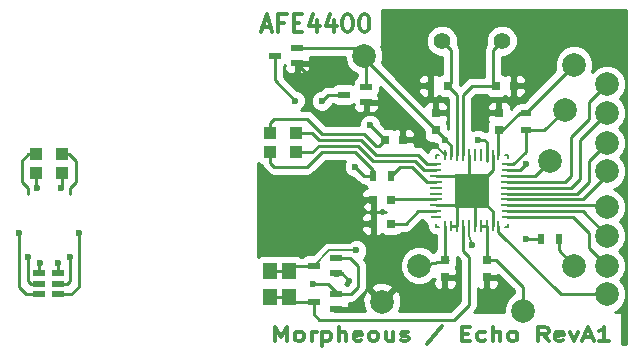
<source format=gbr>
G04 #@! TF.FileFunction,Copper,L1,Top,Signal*
%FSLAX46Y46*%
G04 Gerber Fmt 4.6, Leading zero omitted, Abs format (unit mm)*
G04 Created by KiCad (PCBNEW 4.0.0-rc1-stable) date 11/18/2015 12:21:30 AM*
%MOMM*%
G01*
G04 APERTURE LIST*
%ADD10C,0.100000*%
%ADD11C,0.300000*%
%ADD12R,1.000760X0.599440*%
%ADD13C,1.422400*%
%ADD14R,0.800000X0.750000*%
%ADD15R,0.500000X0.900000*%
%ADD16R,0.750000X0.800000*%
%ADD17R,0.900000X0.500000*%
%ADD18O,0.230000X0.998220*%
%ADD19R,0.230000X0.998220*%
%ADD20O,0.998220X0.230000*%
%ADD21R,0.998220X0.230000*%
%ADD22R,3.000000X3.000000*%
%ADD23C,1.998980*%
%ADD24R,1.000000X1.000000*%
%ADD25R,1.000000X0.500000*%
%ADD26R,1.200000X1.400000*%
%ADD27C,0.600000*%
%ADD28C,0.200000*%
%ADD29C,0.250000*%
%ADD30C,0.254000*%
G04 APERTURE END LIST*
D10*
D11*
X125846858Y-118652857D02*
X125846858Y-117452857D01*
X126346858Y-118310000D01*
X126846858Y-117452857D01*
X126846858Y-118652857D01*
X127775430Y-118652857D02*
X127632572Y-118595714D01*
X127561144Y-118538571D01*
X127489715Y-118424286D01*
X127489715Y-118081429D01*
X127561144Y-117967143D01*
X127632572Y-117910000D01*
X127775430Y-117852857D01*
X127989715Y-117852857D01*
X128132572Y-117910000D01*
X128204001Y-117967143D01*
X128275430Y-118081429D01*
X128275430Y-118424286D01*
X128204001Y-118538571D01*
X128132572Y-118595714D01*
X127989715Y-118652857D01*
X127775430Y-118652857D01*
X128918287Y-118652857D02*
X128918287Y-117852857D01*
X128918287Y-118081429D02*
X128989715Y-117967143D01*
X129061144Y-117910000D01*
X129204001Y-117852857D01*
X129346858Y-117852857D01*
X129846858Y-117852857D02*
X129846858Y-119052857D01*
X129846858Y-117910000D02*
X129989715Y-117852857D01*
X130275429Y-117852857D01*
X130418286Y-117910000D01*
X130489715Y-117967143D01*
X130561144Y-118081429D01*
X130561144Y-118424286D01*
X130489715Y-118538571D01*
X130418286Y-118595714D01*
X130275429Y-118652857D01*
X129989715Y-118652857D01*
X129846858Y-118595714D01*
X131204001Y-118652857D02*
X131204001Y-117452857D01*
X131846858Y-118652857D02*
X131846858Y-118024286D01*
X131775429Y-117910000D01*
X131632572Y-117852857D01*
X131418287Y-117852857D01*
X131275429Y-117910000D01*
X131204001Y-117967143D01*
X133132572Y-118595714D02*
X132989715Y-118652857D01*
X132704001Y-118652857D01*
X132561144Y-118595714D01*
X132489715Y-118481429D01*
X132489715Y-118024286D01*
X132561144Y-117910000D01*
X132704001Y-117852857D01*
X132989715Y-117852857D01*
X133132572Y-117910000D01*
X133204001Y-118024286D01*
X133204001Y-118138571D01*
X132489715Y-118252857D01*
X134061144Y-118652857D02*
X133918286Y-118595714D01*
X133846858Y-118538571D01*
X133775429Y-118424286D01*
X133775429Y-118081429D01*
X133846858Y-117967143D01*
X133918286Y-117910000D01*
X134061144Y-117852857D01*
X134275429Y-117852857D01*
X134418286Y-117910000D01*
X134489715Y-117967143D01*
X134561144Y-118081429D01*
X134561144Y-118424286D01*
X134489715Y-118538571D01*
X134418286Y-118595714D01*
X134275429Y-118652857D01*
X134061144Y-118652857D01*
X135846858Y-117852857D02*
X135846858Y-118652857D01*
X135204001Y-117852857D02*
X135204001Y-118481429D01*
X135275429Y-118595714D01*
X135418287Y-118652857D01*
X135632572Y-118652857D01*
X135775429Y-118595714D01*
X135846858Y-118538571D01*
X136489715Y-118595714D02*
X136632572Y-118652857D01*
X136918287Y-118652857D01*
X137061144Y-118595714D01*
X137132572Y-118481429D01*
X137132572Y-118424286D01*
X137061144Y-118310000D01*
X136918287Y-118252857D01*
X136704001Y-118252857D01*
X136561144Y-118195714D01*
X136489715Y-118081429D01*
X136489715Y-118024286D01*
X136561144Y-117910000D01*
X136704001Y-117852857D01*
X136918287Y-117852857D01*
X137061144Y-117910000D01*
X139989715Y-117395714D02*
X138704001Y-118938571D01*
X141632573Y-118024286D02*
X142132573Y-118024286D01*
X142346859Y-118652857D02*
X141632573Y-118652857D01*
X141632573Y-117452857D01*
X142346859Y-117452857D01*
X143632573Y-118595714D02*
X143489716Y-118652857D01*
X143204002Y-118652857D01*
X143061144Y-118595714D01*
X142989716Y-118538571D01*
X142918287Y-118424286D01*
X142918287Y-118081429D01*
X142989716Y-117967143D01*
X143061144Y-117910000D01*
X143204002Y-117852857D01*
X143489716Y-117852857D01*
X143632573Y-117910000D01*
X144275430Y-118652857D02*
X144275430Y-117452857D01*
X144918287Y-118652857D02*
X144918287Y-118024286D01*
X144846858Y-117910000D01*
X144704001Y-117852857D01*
X144489716Y-117852857D01*
X144346858Y-117910000D01*
X144275430Y-117967143D01*
X145846859Y-118652857D02*
X145704001Y-118595714D01*
X145632573Y-118538571D01*
X145561144Y-118424286D01*
X145561144Y-118081429D01*
X145632573Y-117967143D01*
X145704001Y-117910000D01*
X145846859Y-117852857D01*
X146061144Y-117852857D01*
X146204001Y-117910000D01*
X146275430Y-117967143D01*
X146346859Y-118081429D01*
X146346859Y-118424286D01*
X146275430Y-118538571D01*
X146204001Y-118595714D01*
X146061144Y-118652857D01*
X145846859Y-118652857D01*
X148989716Y-118652857D02*
X148489716Y-118081429D01*
X148132573Y-118652857D02*
X148132573Y-117452857D01*
X148704001Y-117452857D01*
X148846859Y-117510000D01*
X148918287Y-117567143D01*
X148989716Y-117681429D01*
X148989716Y-117852857D01*
X148918287Y-117967143D01*
X148846859Y-118024286D01*
X148704001Y-118081429D01*
X148132573Y-118081429D01*
X150204001Y-118595714D02*
X150061144Y-118652857D01*
X149775430Y-118652857D01*
X149632573Y-118595714D01*
X149561144Y-118481429D01*
X149561144Y-118024286D01*
X149632573Y-117910000D01*
X149775430Y-117852857D01*
X150061144Y-117852857D01*
X150204001Y-117910000D01*
X150275430Y-118024286D01*
X150275430Y-118138571D01*
X149561144Y-118252857D01*
X150775430Y-117852857D02*
X151132573Y-118652857D01*
X151489715Y-117852857D01*
X151989715Y-118310000D02*
X152704001Y-118310000D01*
X151846858Y-118652857D02*
X152346858Y-117452857D01*
X152846858Y-118652857D01*
X154132572Y-118652857D02*
X153275429Y-118652857D01*
X153704001Y-118652857D02*
X153704001Y-117452857D01*
X153561144Y-117624286D01*
X153418286Y-117738571D01*
X153275429Y-117795714D01*
X124750287Y-92071000D02*
X125464573Y-92071000D01*
X124607430Y-92499571D02*
X125107430Y-90999571D01*
X125607430Y-92499571D01*
X126607430Y-91713857D02*
X126107430Y-91713857D01*
X126107430Y-92499571D02*
X126107430Y-90999571D01*
X126821716Y-90999571D01*
X127393144Y-91713857D02*
X127893144Y-91713857D01*
X128107430Y-92499571D02*
X127393144Y-92499571D01*
X127393144Y-90999571D01*
X128107430Y-90999571D01*
X129393144Y-91499571D02*
X129393144Y-92499571D01*
X129036001Y-90928143D02*
X128678858Y-91999571D01*
X129607430Y-91999571D01*
X130821715Y-91499571D02*
X130821715Y-92499571D01*
X130464572Y-90928143D02*
X130107429Y-91999571D01*
X131036001Y-91999571D01*
X131893143Y-90999571D02*
X132036000Y-90999571D01*
X132178857Y-91071000D01*
X132250286Y-91142429D01*
X132321715Y-91285286D01*
X132393143Y-91571000D01*
X132393143Y-91928143D01*
X132321715Y-92213857D01*
X132250286Y-92356714D01*
X132178857Y-92428143D01*
X132036000Y-92499571D01*
X131893143Y-92499571D01*
X131750286Y-92428143D01*
X131678857Y-92356714D01*
X131607429Y-92213857D01*
X131536000Y-91928143D01*
X131536000Y-91571000D01*
X131607429Y-91285286D01*
X131678857Y-91142429D01*
X131750286Y-91071000D01*
X131893143Y-90999571D01*
X133321714Y-90999571D02*
X133464571Y-90999571D01*
X133607428Y-91071000D01*
X133678857Y-91142429D01*
X133750286Y-91285286D01*
X133821714Y-91571000D01*
X133821714Y-91928143D01*
X133750286Y-92213857D01*
X133678857Y-92356714D01*
X133607428Y-92428143D01*
X133464571Y-92499571D01*
X133321714Y-92499571D01*
X133178857Y-92428143D01*
X133107428Y-92356714D01*
X133036000Y-92213857D01*
X132964571Y-91928143D01*
X132964571Y-91571000D01*
X133036000Y-91285286D01*
X133107428Y-91142429D01*
X133178857Y-91071000D01*
X133321714Y-90999571D01*
D12*
X133537960Y-97139760D03*
X133537960Y-98440240D03*
X131638040Y-97790000D03*
X127695960Y-93837760D03*
X127695960Y-95138240D03*
X125796040Y-94488000D03*
X130997960Y-111617760D03*
X130997960Y-112918240D03*
X129098040Y-112268000D03*
X130997960Y-114665760D03*
X130997960Y-115966240D03*
X129098040Y-115316000D03*
D13*
X139954000Y-93218000D03*
X145034000Y-93218000D03*
D14*
X136640000Y-101600000D03*
X135140000Y-101600000D03*
D15*
X135624000Y-104648000D03*
X134124000Y-104648000D03*
X148348000Y-109982000D03*
X149848000Y-109982000D03*
D14*
X135624000Y-106680000D03*
X134124000Y-106680000D03*
X135624000Y-108712000D03*
X134124000Y-108712000D03*
D16*
X139446000Y-100826000D03*
X139446000Y-99326000D03*
D14*
X140450000Y-97028000D03*
X138950000Y-97028000D03*
D16*
X140208000Y-111772000D03*
X140208000Y-113272000D03*
D14*
X144538000Y-97028000D03*
X146038000Y-97028000D03*
D16*
X143764000Y-111772000D03*
X143764000Y-113272000D03*
X144780000Y-100826000D03*
X144780000Y-99326000D03*
D17*
X147066000Y-100826000D03*
X147066000Y-99326000D03*
D18*
X140246100Y-102918260D03*
X140746480Y-102918260D03*
D19*
X141244320Y-102918260D03*
X141744700Y-102918260D03*
X142245080Y-102918260D03*
X142742920Y-102918260D03*
X143243300Y-102918260D03*
X143743680Y-102918260D03*
D18*
X144241520Y-102918260D03*
X144741900Y-102918260D03*
D20*
X145493740Y-103670100D03*
X145493740Y-104170480D03*
D21*
X145493740Y-104668320D03*
X145493740Y-105168700D03*
X145493740Y-105669080D03*
X145493740Y-106166920D03*
X145493740Y-106667300D03*
X145493740Y-107167680D03*
D20*
X145493740Y-107665520D03*
X145493740Y-108165900D03*
D18*
X144741900Y-108917740D03*
X144241520Y-108917740D03*
D19*
X143743680Y-108917740D03*
X143243300Y-108917740D03*
X142742920Y-108917740D03*
X142245080Y-108917740D03*
X141744700Y-108917740D03*
X141244320Y-108917740D03*
D18*
X140746480Y-108917740D03*
X140246100Y-108917740D03*
D20*
X139494260Y-108165900D03*
X139494260Y-107665520D03*
D21*
X139494260Y-107167680D03*
X139494260Y-106667300D03*
X139494260Y-106166920D03*
X139494260Y-105669080D03*
X139494260Y-105168700D03*
X139494260Y-104668320D03*
D20*
X139494260Y-104170480D03*
X139494260Y-103670100D03*
D22*
X142494000Y-105918000D03*
D23*
X133350000Y-94488000D03*
X146812000Y-116078000D03*
X151130000Y-95250000D03*
X138049000Y-112268000D03*
X134874000Y-115316000D03*
D24*
X125392000Y-102654000D03*
X127592000Y-102654000D03*
X125392000Y-101054000D03*
X127592000Y-101054000D03*
X107780000Y-102832000D03*
X105580000Y-102832000D03*
X107780000Y-104432000D03*
X105580000Y-104432000D03*
D23*
X153924000Y-99314000D03*
X153924000Y-101854000D03*
X153924000Y-96884000D03*
X153924000Y-104284000D03*
X153924000Y-109728000D03*
X153924000Y-112268000D03*
X153924000Y-107298000D03*
X153924000Y-114698000D03*
D25*
X105880000Y-112892000D03*
X105880000Y-113792000D03*
X105880000Y-114692000D03*
X107480000Y-114692000D03*
X107480000Y-113792000D03*
X107480000Y-112892000D03*
D23*
X150368000Y-99060000D03*
X151130000Y-112268000D03*
X149098000Y-103378000D03*
D26*
X125438000Y-112692000D03*
X125438000Y-114892000D03*
X127038000Y-112692000D03*
X127038000Y-114892000D03*
D27*
X139446000Y-102108000D03*
X132080000Y-113538000D03*
X132588000Y-107696000D03*
X128778000Y-96266000D03*
X136652000Y-96012000D03*
X148336000Y-95758000D03*
X143764000Y-115062000D03*
X142494000Y-104902000D03*
X141478000Y-105918000D03*
X143510000Y-104902000D03*
X141478000Y-106934000D03*
X142494000Y-106934000D03*
X143510000Y-106934000D03*
X143510000Y-105918000D03*
X141478000Y-104902000D03*
X142494000Y-105918000D03*
X140208000Y-101600000D03*
X143002000Y-101600000D03*
X129032000Y-113792000D03*
X133858000Y-100330000D03*
X132588000Y-103886000D03*
X105918000Y-112014000D03*
X104902000Y-111506000D03*
X104140000Y-109474000D03*
X109220000Y-109474000D03*
X108458000Y-111506000D03*
X107442000Y-112014000D03*
X132722000Y-110984400D03*
X142494000Y-110490000D03*
X147066000Y-109982000D03*
X147066000Y-103632000D03*
X105664000Y-105664000D03*
X107696000Y-105664000D03*
X127508000Y-102616000D03*
X129794000Y-98298000D03*
X127508000Y-101092000D03*
X127508000Y-98298000D03*
D28*
X145542000Y-103124000D02*
X145542000Y-102870000D01*
X145542000Y-102870000D02*
X145288000Y-102870000D01*
X145288000Y-108966000D02*
X145542000Y-108966000D01*
X145542000Y-108966000D02*
X145542000Y-108712000D01*
D29*
X105580000Y-102832000D02*
X104940000Y-102832000D01*
X104902000Y-105664000D02*
X104902000Y-106172000D01*
X104394000Y-105156000D02*
X104902000Y-105664000D01*
X104394000Y-103378000D02*
X104394000Y-105156000D01*
X104940000Y-102832000D02*
X104394000Y-103378000D01*
X107780000Y-102832000D02*
X108420000Y-102832000D01*
X108458000Y-105664000D02*
X108458000Y-106172000D01*
X108966000Y-105156000D02*
X108458000Y-105664000D01*
X108966000Y-103378000D02*
X108966000Y-105156000D01*
X108420000Y-102832000D02*
X108966000Y-103378000D01*
D28*
X139494200Y-106167000D02*
X139494300Y-106166900D01*
X139494000Y-106167000D02*
X139494200Y-106167000D01*
X139494200Y-105669000D02*
X139494300Y-105669100D01*
X139494000Y-105669000D02*
X139494200Y-105669000D01*
X139494200Y-108166000D02*
X139494300Y-108165900D01*
X139494000Y-108166000D02*
X139494200Y-108166000D01*
X139700000Y-108966000D02*
X139446000Y-108966000D01*
X139446000Y-108966000D02*
X139446000Y-108712000D01*
X139446000Y-103124000D02*
X139446000Y-102870000D01*
X139446000Y-102870000D02*
X139700000Y-102870000D01*
D29*
X139494260Y-106667300D02*
X135636700Y-106667300D01*
X135636700Y-106667300D02*
X135624000Y-106680000D01*
D28*
X139494000Y-106667000D02*
X139494300Y-106667300D01*
X140246100Y-102918260D02*
X139494260Y-102156260D01*
X139494260Y-102156260D02*
X139446000Y-102108000D01*
D29*
X142742920Y-108917740D02*
X142742920Y-106166920D01*
X142742920Y-106166920D02*
X142494000Y-105918000D01*
X130997960Y-112918240D02*
X131460240Y-112918240D01*
X131460240Y-112918240D02*
X132080000Y-113538000D01*
X134124000Y-106680000D02*
X133604000Y-106680000D01*
X133604000Y-106680000D02*
X132588000Y-107696000D01*
X142245080Y-102918260D02*
X142245080Y-105669080D01*
X142245080Y-105669080D02*
X142494000Y-105918000D01*
X144241520Y-102918260D02*
X144241520Y-104170480D01*
X144241520Y-104170480D02*
X142494000Y-105918000D01*
X139494260Y-107167680D02*
X141244320Y-107167680D01*
X141244320Y-107167680D02*
X142494000Y-105918000D01*
X127695960Y-95138240D02*
X127695960Y-95183960D01*
X127695960Y-95183960D02*
X128778000Y-96266000D01*
X138950000Y-97028000D02*
X137668000Y-97028000D01*
X137668000Y-97028000D02*
X136652000Y-96012000D01*
X146038000Y-97028000D02*
X147066000Y-97028000D01*
X147066000Y-97028000D02*
X148336000Y-95758000D01*
X143764000Y-113272000D02*
X143764000Y-115062000D01*
X142494000Y-105918000D02*
X142494000Y-104902000D01*
X142494000Y-105918000D02*
X141478000Y-105918000D01*
X142494000Y-105918000D02*
X142748000Y-105918000D01*
X142748000Y-105918000D02*
X143510000Y-104902000D01*
X141244320Y-107167680D02*
X141478000Y-106934000D01*
X142742920Y-107182920D02*
X142494000Y-106934000D01*
X144241520Y-108917740D02*
X144241520Y-107665520D01*
X144241520Y-107665520D02*
X143510000Y-106934000D01*
X143510000Y-105918000D02*
X142494000Y-105918000D01*
X141478000Y-104902000D02*
X142494000Y-105918000D01*
D28*
X140246000Y-102918000D02*
X140246000Y-102654000D01*
D29*
X142743000Y-106167000D02*
X142494000Y-105918000D01*
X134874000Y-115316000D02*
X134874000Y-115304000D01*
X141244000Y-107168000D02*
X142494000Y-105918000D01*
X141244000Y-108918000D02*
X141244000Y-107168000D01*
X140746000Y-108918000D02*
X141244000Y-108918000D01*
X139494000Y-104668000D02*
X141244000Y-104668000D01*
X141244000Y-107168000D02*
X142494000Y-105918000D01*
X140246000Y-102918000D02*
X140246000Y-102654000D01*
X139494260Y-107665520D02*
X137952480Y-107665520D01*
X136906000Y-108712000D02*
X135624000Y-108712000D01*
X137952480Y-107665520D02*
X136906000Y-108712000D01*
X139494000Y-107666000D02*
X139493800Y-107666000D01*
D28*
X139493800Y-107666000D02*
X139494300Y-107665500D01*
D29*
X143743680Y-102918260D02*
X143743680Y-101833680D01*
X143510000Y-101600000D02*
X143002000Y-101600000D01*
X143743680Y-101833680D02*
X143510000Y-101600000D01*
X140208000Y-101600000D02*
X140214000Y-101594000D01*
X140214000Y-101594000D02*
X140208000Y-101600000D01*
X140208000Y-101600000D02*
X140208000Y-101588000D01*
X133350000Y-94730000D02*
X139446000Y-100826000D01*
X133350000Y-94488000D02*
X133350000Y-94730000D01*
X133538000Y-97140000D02*
X133538000Y-97139800D01*
X133538000Y-94676000D02*
X133350000Y-94488000D01*
X133538000Y-97139800D02*
X133538000Y-94676000D01*
X143744000Y-103392000D02*
X143744000Y-102918000D01*
D28*
X143743700Y-103391700D02*
X143743700Y-102918300D01*
X143744000Y-103392000D02*
X143743700Y-103391700D01*
D29*
X140746000Y-102126000D02*
X140746000Y-103021000D01*
X139446000Y-100826000D02*
X140208000Y-101588000D01*
X140208000Y-101588000D02*
X140746000Y-102126000D01*
D28*
X140746500Y-103020500D02*
X140746500Y-102918300D01*
X140746000Y-103021000D02*
X140746500Y-103020500D01*
D29*
X127696000Y-93838000D02*
X127696200Y-93838000D01*
X132700000Y-93838000D02*
X133350000Y-94488000D01*
X127696200Y-93838000D02*
X132700000Y-93838000D01*
D28*
X127696200Y-93838000D02*
X127696000Y-93837800D01*
D29*
X140716000Y-96762000D02*
X140450000Y-97028000D01*
X140716000Y-93980000D02*
X140716000Y-96762000D01*
X139954000Y-93218000D02*
X140716000Y-93980000D01*
X141244000Y-102918000D02*
X141244000Y-100370000D01*
X141244000Y-97822000D02*
X140450000Y-97028000D01*
X141244000Y-100370000D02*
X141244000Y-97822000D01*
D28*
X141244300Y-100370300D02*
X141244300Y-102918300D01*
X141244000Y-100370000D02*
X141244300Y-100370300D01*
D29*
X140474000Y-111760000D02*
X138049000Y-112268000D01*
X140246000Y-108918000D02*
X140246000Y-110479000D01*
X140246000Y-111532000D02*
X140474000Y-111760000D01*
X140246000Y-110479000D02*
X140246000Y-111532000D01*
D28*
X140246100Y-110478900D02*
X140246100Y-108917700D01*
X140246000Y-110479000D02*
X140246100Y-110478900D01*
D29*
X144272000Y-96762000D02*
X144538000Y-97028000D01*
X144272000Y-93980000D02*
X144272000Y-96762000D01*
X145034000Y-93218000D02*
X144272000Y-93980000D01*
X141745000Y-102918000D02*
X141745000Y-100360500D01*
X142519000Y-97028000D02*
X144538000Y-97028000D01*
X141745000Y-97803000D02*
X142519000Y-97028000D01*
X141745000Y-100360500D02*
X141745000Y-97803000D01*
D28*
X141744700Y-100360800D02*
X141744700Y-102918300D01*
X141745000Y-100360500D02*
X141744700Y-100360800D01*
D29*
X130997960Y-111617760D02*
X132191760Y-111617760D01*
X132222240Y-114665760D02*
X130997960Y-114665760D01*
X132842000Y-114046000D02*
X132222240Y-114665760D01*
X132842000Y-112268000D02*
X132842000Y-114046000D01*
X132191760Y-111617760D02*
X132842000Y-112268000D01*
X143764000Y-111772000D02*
X144538000Y-111772000D01*
X146812000Y-114046000D02*
X146812000Y-116078000D01*
X144538000Y-111772000D02*
X146812000Y-114046000D01*
X129032000Y-113792000D02*
X130302000Y-113792000D01*
X130302000Y-113792000D02*
X130997960Y-114487960D01*
X130997960Y-114487960D02*
X130997960Y-114665760D01*
X146812000Y-116078000D02*
X146558000Y-116078000D01*
X130998200Y-114666000D02*
X130998000Y-114666000D01*
D28*
X130998200Y-114666000D02*
X130998000Y-114665800D01*
X143243300Y-108917700D02*
X143243300Y-108918000D01*
D29*
X143243000Y-108918000D02*
X143243300Y-108918000D01*
D28*
X143743700Y-108917700D02*
X143743700Y-108918000D01*
D29*
X143243300Y-108918000D02*
X143743700Y-108918000D01*
X143744000Y-110228000D02*
X143764000Y-111772000D01*
X143744000Y-108918000D02*
X143744000Y-110228000D01*
X143743700Y-108918000D02*
X143744000Y-108918000D01*
X130998000Y-111618000D02*
X130998200Y-111618000D01*
D28*
X130998200Y-111618000D02*
X130998000Y-111617800D01*
D29*
X147066000Y-99326000D02*
X147066000Y-99314000D01*
X147066000Y-99314000D02*
X149606000Y-96774000D01*
X149606000Y-96774000D02*
X151130000Y-95250000D01*
X144780000Y-100826000D02*
X145046000Y-100826000D01*
X145046000Y-100826000D02*
X146546000Y-99326000D01*
X146546000Y-99326000D02*
X147066000Y-99326000D01*
X144741900Y-102918260D02*
X144741900Y-100864100D01*
X144741900Y-100864100D02*
X144780000Y-100826000D01*
X144742000Y-102918000D02*
X144742000Y-102659000D01*
D28*
X144741900Y-102659100D02*
X144741900Y-102918300D01*
X144742000Y-102659000D02*
X144741900Y-102659100D01*
D29*
X149848000Y-109982000D02*
X149848000Y-110986000D01*
X149848000Y-110986000D02*
X151130000Y-112268000D01*
X145493740Y-105168700D02*
X150355300Y-105168700D01*
X152400000Y-98408000D02*
X153924000Y-96884000D01*
X152400000Y-99822000D02*
X152400000Y-98408000D01*
X150876000Y-101346000D02*
X152400000Y-99822000D01*
X150876000Y-104648000D02*
X150876000Y-101346000D01*
X150355300Y-105168700D02*
X150876000Y-104648000D01*
D28*
X145494000Y-105169000D02*
X145493700Y-105168700D01*
D29*
X145493740Y-105669080D02*
X150870920Y-105669080D01*
X151638000Y-101600000D02*
X153924000Y-99314000D01*
X151638000Y-104902000D02*
X151638000Y-101600000D01*
X150870920Y-105669080D02*
X151638000Y-104902000D01*
D28*
X145493800Y-105669000D02*
X145493700Y-105669100D01*
X145494000Y-105669000D02*
X145493800Y-105669000D01*
D29*
X145493740Y-106166920D02*
X151389080Y-106166920D01*
X152400000Y-103378000D02*
X153924000Y-101854000D01*
X152400000Y-105156000D02*
X152400000Y-103378000D01*
X151389080Y-106166920D02*
X152400000Y-105156000D01*
D28*
X145493800Y-106167000D02*
X145493700Y-106166900D01*
X145494000Y-106167000D02*
X145493800Y-106167000D01*
D29*
X145493740Y-106667300D02*
X151879300Y-106667300D01*
X151879300Y-106667300D02*
X153924000Y-104622600D01*
X153924000Y-104622600D02*
X153924000Y-104284000D01*
X153924000Y-104902000D02*
X153924000Y-104538000D01*
D28*
X145494000Y-106667000D02*
X145493700Y-106667300D01*
D29*
X145493740Y-103670100D02*
X146011900Y-103670100D01*
X147066000Y-102616000D02*
X147066000Y-100826000D01*
X146011900Y-103670100D02*
X147066000Y-102616000D01*
X147066000Y-100826000D02*
X148602000Y-100826000D01*
X148602000Y-100826000D02*
X150368000Y-99060000D01*
X145493740Y-103670100D02*
X145503900Y-103670100D01*
X145494000Y-103670000D02*
X145504000Y-103670000D01*
D28*
X145493800Y-103670000D02*
X145493700Y-103670100D01*
X145494000Y-103670000D02*
X145493800Y-103670000D01*
D29*
X145493740Y-104668320D02*
X147807680Y-104668320D01*
X147807680Y-104668320D02*
X149098000Y-103378000D01*
D28*
X145494000Y-104668000D02*
X145493700Y-104668300D01*
D29*
X145493740Y-107167680D02*
X153793680Y-107167680D01*
X153793680Y-107167680D02*
X153924000Y-107298000D01*
D28*
X145494000Y-107168000D02*
X145493700Y-107167700D01*
D29*
X145493740Y-107665520D02*
X151861520Y-107665520D01*
X151861520Y-107665520D02*
X153924000Y-109728000D01*
X145494000Y-107666000D02*
X145494200Y-107666000D01*
X153670000Y-109982000D02*
X153924000Y-109728000D01*
D28*
X145494200Y-107666000D02*
X145493700Y-107665500D01*
D29*
X145493740Y-108165900D02*
X151091900Y-108165900D01*
X152400000Y-110744000D02*
X153924000Y-112268000D01*
X152400000Y-109474000D02*
X152400000Y-110744000D01*
X151091900Y-108165900D02*
X152400000Y-109474000D01*
X153670000Y-112522000D02*
X153924000Y-112268000D01*
X144741900Y-108917740D02*
X144741900Y-109435900D01*
X150004000Y-114698000D02*
X153924000Y-114698000D01*
X144741900Y-109435900D02*
X150004000Y-114698000D01*
X144742000Y-109309000D02*
X144742000Y-109245500D01*
X144742000Y-109245500D02*
X144742000Y-109182000D01*
D28*
X144742000Y-109245500D02*
X144741900Y-109245400D01*
D29*
X133350000Y-104648000D02*
X132588000Y-103886000D01*
X134124000Y-104648000D02*
X133350000Y-104648000D01*
X135128000Y-101600000D02*
X135140000Y-101600000D01*
X133858000Y-100330000D02*
X135128000Y-101600000D01*
X134632000Y-102108000D02*
X135140000Y-101600000D01*
X134366000Y-102108000D02*
X134632000Y-102108000D01*
X133350000Y-101092000D02*
X134366000Y-102108000D01*
X129794000Y-101092000D02*
X133350000Y-101092000D01*
X128524000Y-99822000D02*
X129794000Y-101092000D01*
X125730000Y-99822000D02*
X128524000Y-99822000D01*
X125392000Y-100160000D02*
X125730000Y-99822000D01*
X125392000Y-101054000D02*
X125392000Y-100160000D01*
X125392000Y-103548000D02*
X125392000Y-102654000D01*
X125730000Y-103886000D02*
X125392000Y-103548000D01*
X128524000Y-103886000D02*
X125730000Y-103886000D01*
X129794000Y-102616000D02*
X128524000Y-103886000D01*
X132588000Y-102616000D02*
X129794000Y-102616000D01*
X134124000Y-104152000D02*
X132588000Y-102616000D01*
X134124000Y-104648000D02*
X134124000Y-104152000D01*
X125392000Y-101054000D02*
X125692000Y-101054000D01*
X105880000Y-112892000D02*
X105880000Y-112052000D01*
X105880000Y-112052000D02*
X105918000Y-112014000D01*
X105880000Y-113792000D02*
X105156000Y-113792000D01*
X104902000Y-113538000D02*
X104902000Y-111506000D01*
X105156000Y-113792000D02*
X104902000Y-113538000D01*
X105880000Y-114692000D02*
X104786000Y-114692000D01*
X104140000Y-114046000D02*
X104140000Y-109474000D01*
X104786000Y-114692000D02*
X104140000Y-114046000D01*
X109220000Y-109474000D02*
X109220000Y-114046000D01*
X109220000Y-114046000D02*
X108574000Y-114692000D01*
X108574000Y-114692000D02*
X107480000Y-114692000D01*
X108204000Y-113792000D02*
X107480000Y-113792000D01*
X108458000Y-113538000D02*
X108204000Y-113792000D01*
X108458000Y-111506000D02*
X108458000Y-113538000D01*
X107480000Y-112052000D02*
X107480000Y-112892000D01*
X107442000Y-112014000D02*
X107480000Y-112052000D01*
X129098040Y-112268000D02*
X127462000Y-112268000D01*
X127462000Y-112268000D02*
X127038000Y-112692000D01*
X127038000Y-112692000D02*
X125438000Y-112692000D01*
D28*
X129097700Y-112268000D02*
X130381300Y-110984400D01*
X130381300Y-110984400D02*
X132722000Y-110984400D01*
X142245100Y-108917700D02*
X142245100Y-109717100D01*
X142494000Y-110490000D02*
X142262600Y-109717100D01*
X142262600Y-109717100D02*
X142245100Y-109717100D01*
D29*
X129001500Y-112268000D02*
X128905000Y-112268000D01*
X129049800Y-112268000D02*
X129001500Y-112268000D01*
X129049800Y-112268000D02*
X129001500Y-112268000D01*
X129073900Y-112268000D02*
X129049800Y-112268000D01*
X129073900Y-112268000D02*
X129049800Y-112268000D01*
X129086000Y-112268000D02*
X129073900Y-112268000D01*
X129086000Y-112268000D02*
X129073900Y-112268000D01*
X129092000Y-112268000D02*
X129086000Y-112268000D01*
X129092000Y-112268000D02*
X129086000Y-112268000D01*
X129095000Y-112268000D02*
X129092000Y-112268000D01*
X129095000Y-112268000D02*
X129092000Y-112268000D01*
X129096500Y-112268000D02*
X129095000Y-112268000D01*
X129096500Y-112268000D02*
X129095000Y-112268000D01*
X129097300Y-112268000D02*
X129096500Y-112268000D01*
X129097300Y-112268000D02*
X129096500Y-112268000D01*
X129098000Y-112268000D02*
X129097700Y-112268000D01*
X129097700Y-112268000D02*
X129097300Y-112268000D01*
X129097700Y-112268000D02*
X129097300Y-112268000D01*
X129098040Y-115316000D02*
X127462000Y-115316000D01*
X127462000Y-115316000D02*
X127038000Y-114892000D01*
X127038000Y-114892000D02*
X125438000Y-114892000D01*
X142240000Y-115570000D02*
X142240000Y-111506000D01*
X129098040Y-116398040D02*
X129540000Y-116840000D01*
X129540000Y-116840000D02*
X140970000Y-116840000D01*
X140970000Y-116840000D02*
X142240000Y-115570000D01*
X129098040Y-115316000D02*
X129098040Y-116398040D01*
X141744700Y-111010700D02*
X141744700Y-108917740D01*
X142240000Y-111506000D02*
X141744700Y-111010700D01*
X141732000Y-108930000D02*
X141738500Y-108924000D01*
X141738500Y-108924000D02*
X141745000Y-108918000D01*
D28*
X141744700Y-108917800D02*
X141744700Y-108917700D01*
X141738500Y-108924000D02*
X141744700Y-108917800D01*
D29*
X136386000Y-103886000D02*
X135624000Y-104648000D01*
X137414000Y-103886000D02*
X136386000Y-103886000D01*
X138697000Y-105169000D02*
X137414000Y-103886000D01*
X139494000Y-105169000D02*
X138697000Y-105169000D01*
D28*
X139494000Y-105169000D02*
X139494300Y-105168700D01*
D29*
X145493740Y-104170480D02*
X146527520Y-104170480D01*
X147066000Y-109982000D02*
X148348000Y-109982000D01*
X146527520Y-104170480D02*
X147066000Y-103632000D01*
X145494000Y-104170000D02*
X145494200Y-104170000D01*
D28*
X145494200Y-104170000D02*
X145493700Y-104170500D01*
D29*
X105580000Y-104432000D02*
X105580000Y-105580000D01*
X105580000Y-105580000D02*
X105664000Y-105664000D01*
X107780000Y-104432000D02*
X107780000Y-105580000D01*
X107780000Y-105580000D02*
X107696000Y-105664000D01*
X131638040Y-97790000D02*
X130302000Y-97790000D01*
X127508000Y-102616000D02*
X127470000Y-102654000D01*
X130302000Y-97790000D02*
X129794000Y-98298000D01*
X127292000Y-102654000D02*
X127338000Y-102654000D01*
X127292000Y-102654000D02*
X127292000Y-102654000D01*
X127292000Y-102654000D02*
X127338000Y-102654000D01*
X139494000Y-104170000D02*
X139493800Y-104170000D01*
X128994000Y-102654000D02*
X127338000Y-102654000D01*
X129540000Y-102108000D02*
X128994000Y-102654000D01*
X132842000Y-102108000D02*
X129540000Y-102108000D01*
X134112000Y-103378000D02*
X132842000Y-102108000D01*
X137668000Y-103378000D02*
X134112000Y-103378000D01*
X138460000Y-104170000D02*
X137668000Y-103378000D01*
X139493800Y-104170000D02*
X138460000Y-104170000D01*
D28*
X139493800Y-104170000D02*
X139494300Y-104170500D01*
D29*
X125796040Y-94488000D02*
X125796040Y-96586040D01*
X127508000Y-101092000D02*
X127546000Y-101054000D01*
X125796040Y-96586040D02*
X127508000Y-98298000D01*
X127546000Y-101054000D02*
X127592000Y-101054000D01*
X127546000Y-101054000D02*
X127592000Y-101054000D01*
X128994000Y-101054000D02*
X127592000Y-101054000D01*
X129540000Y-101600000D02*
X128994000Y-101054000D01*
X133096000Y-101600000D02*
X129540000Y-101600000D01*
X134366000Y-102870000D02*
X133096000Y-101600000D01*
X137922000Y-102870000D02*
X134366000Y-102870000D01*
X138722000Y-103670000D02*
X137922000Y-102870000D01*
X139494000Y-103670000D02*
X138722000Y-103670000D01*
D28*
X139494200Y-103670000D02*
X139494300Y-103670100D01*
X139494000Y-103670000D02*
X139494200Y-103670000D01*
D29*
X127563000Y-100898000D02*
X127884000Y-101092000D01*
D28*
X127592000Y-100927000D02*
X127592000Y-101054000D01*
X127563000Y-100898000D02*
X127592000Y-100927000D01*
D30*
G36*
X155575000Y-118924000D02*
X155203286Y-118924000D01*
X155203286Y-116185000D01*
X154605334Y-116185000D01*
X154848655Y-116084462D01*
X155308846Y-115625073D01*
X155558206Y-115024547D01*
X155558774Y-114374306D01*
X155310462Y-113773345D01*
X155020520Y-113482897D01*
X155308846Y-113195073D01*
X155558206Y-112594547D01*
X155558774Y-111944306D01*
X155310462Y-111343345D01*
X154965520Y-110997801D01*
X155308846Y-110655073D01*
X155558206Y-110054547D01*
X155558774Y-109404306D01*
X155310462Y-108803345D01*
X155020520Y-108512897D01*
X155308846Y-108225073D01*
X155558206Y-107624547D01*
X155558774Y-106974306D01*
X155310462Y-106373345D01*
X154851073Y-105913154D01*
X154556912Y-105791008D01*
X154848655Y-105670462D01*
X155308846Y-105211073D01*
X155558206Y-104610547D01*
X155558774Y-103960306D01*
X155310462Y-103359345D01*
X155020520Y-103068897D01*
X155308846Y-102781073D01*
X155558206Y-102180547D01*
X155558774Y-101530306D01*
X155310462Y-100929345D01*
X154965520Y-100583801D01*
X155308846Y-100241073D01*
X155558206Y-99640547D01*
X155558774Y-98990306D01*
X155310462Y-98389345D01*
X155020520Y-98098897D01*
X155308846Y-97811073D01*
X155558206Y-97210547D01*
X155558774Y-96560306D01*
X155310462Y-95959345D01*
X154851073Y-95499154D01*
X154250547Y-95249794D01*
X153600306Y-95249226D01*
X152999345Y-95497538D01*
X152653767Y-95842514D01*
X152764206Y-95576547D01*
X152764774Y-94926306D01*
X152516462Y-94325345D01*
X152057073Y-93865154D01*
X151456547Y-93615794D01*
X150806306Y-93615226D01*
X150205345Y-93863538D01*
X149745154Y-94322927D01*
X149495794Y-94923453D01*
X149495226Y-95573694D01*
X149564309Y-95740889D01*
X146876638Y-98428560D01*
X146616000Y-98428560D01*
X146380683Y-98472838D01*
X146164559Y-98611910D01*
X146073432Y-98745279D01*
X146008599Y-98788599D01*
X145790000Y-99007198D01*
X145790000Y-98799691D01*
X145693327Y-98566302D01*
X145514699Y-98387673D01*
X145281310Y-98291000D01*
X145065750Y-98291000D01*
X144907000Y-98449750D01*
X144907000Y-99199000D01*
X144927000Y-99199000D01*
X144927000Y-99453000D01*
X144907000Y-99453000D01*
X144907000Y-99473000D01*
X144653000Y-99473000D01*
X144653000Y-99453000D01*
X143928750Y-99453000D01*
X143770000Y-99611750D01*
X143770000Y-99852309D01*
X143866673Y-100085698D01*
X143868043Y-100087068D01*
X143808569Y-100174110D01*
X143757560Y-100426000D01*
X143757560Y-100889243D01*
X143577957Y-100853518D01*
X143532327Y-100807808D01*
X143188799Y-100665162D01*
X142816833Y-100664838D01*
X142505000Y-100793684D01*
X142505000Y-98799691D01*
X143770000Y-98799691D01*
X143770000Y-99040250D01*
X143928750Y-99199000D01*
X144653000Y-99199000D01*
X144653000Y-98449750D01*
X144494250Y-98291000D01*
X144278690Y-98291000D01*
X144045301Y-98387673D01*
X143866673Y-98566302D01*
X143770000Y-98799691D01*
X142505000Y-98799691D01*
X142505000Y-98117515D01*
X142834090Y-97788000D01*
X143631156Y-97788000D01*
X143673910Y-97854441D01*
X143886110Y-97999431D01*
X144138000Y-98050440D01*
X144938000Y-98050440D01*
X145173317Y-98006162D01*
X145276646Y-97939671D01*
X145278302Y-97941327D01*
X145511691Y-98038000D01*
X145752250Y-98038000D01*
X145911000Y-97879250D01*
X145911000Y-97155000D01*
X146165000Y-97155000D01*
X146165000Y-97879250D01*
X146323750Y-98038000D01*
X146564309Y-98038000D01*
X146797698Y-97941327D01*
X146976327Y-97762699D01*
X147073000Y-97529310D01*
X147073000Y-97313750D01*
X146914250Y-97155000D01*
X146165000Y-97155000D01*
X145911000Y-97155000D01*
X145891000Y-97155000D01*
X145891000Y-96901000D01*
X145911000Y-96901000D01*
X145911000Y-96176750D01*
X146165000Y-96176750D01*
X146165000Y-96901000D01*
X146914250Y-96901000D01*
X147073000Y-96742250D01*
X147073000Y-96526690D01*
X146976327Y-96293301D01*
X146797698Y-96114673D01*
X146564309Y-96018000D01*
X146323750Y-96018000D01*
X146165000Y-96176750D01*
X145911000Y-96176750D01*
X145752250Y-96018000D01*
X145511691Y-96018000D01*
X145278302Y-96114673D01*
X145276932Y-96116043D01*
X145189890Y-96056569D01*
X145032000Y-96024595D01*
X145032000Y-94564199D01*
X145300601Y-94564434D01*
X145795565Y-94359919D01*
X146174588Y-93981557D01*
X146379966Y-93486951D01*
X146380434Y-92951399D01*
X146175919Y-92456435D01*
X145797557Y-92077412D01*
X145302951Y-91872034D01*
X144767399Y-91871566D01*
X144272435Y-92076081D01*
X143893412Y-92454443D01*
X143688034Y-92949049D01*
X143687566Y-93484601D01*
X143694814Y-93502142D01*
X143569852Y-93689161D01*
X143512000Y-93980000D01*
X143512000Y-96268000D01*
X142519000Y-96268000D01*
X142518755Y-96268049D01*
X142518510Y-96268000D01*
X142373425Y-96296957D01*
X142228161Y-96325852D01*
X142227953Y-96325991D01*
X142227708Y-96326040D01*
X142104726Y-96408328D01*
X141981599Y-96490599D01*
X141981460Y-96490807D01*
X141981252Y-96490946D01*
X141497440Y-96975383D01*
X141497440Y-96653000D01*
X141476000Y-96539056D01*
X141476000Y-93980000D01*
X141418148Y-93689161D01*
X141293477Y-93502578D01*
X141299966Y-93486951D01*
X141300434Y-92951399D01*
X141095919Y-92456435D01*
X140717557Y-92077412D01*
X140222951Y-91872034D01*
X139687399Y-91871566D01*
X139192435Y-92076081D01*
X138813412Y-92454443D01*
X138608034Y-92949049D01*
X138607566Y-93484601D01*
X138812081Y-93979565D01*
X139190443Y-94358588D01*
X139685049Y-94563966D01*
X139956000Y-94564203D01*
X139956000Y-96023247D01*
X139814683Y-96049838D01*
X139711354Y-96116329D01*
X139709698Y-96114673D01*
X139476309Y-96018000D01*
X139235750Y-96018000D01*
X139077000Y-96176750D01*
X139077000Y-96901000D01*
X139097000Y-96901000D01*
X139097000Y-97155000D01*
X139077000Y-97155000D01*
X139077000Y-97879250D01*
X139235750Y-98038000D01*
X139476309Y-98038000D01*
X139709698Y-97941327D01*
X139711068Y-97939957D01*
X139798110Y-97999431D01*
X140050000Y-98050440D01*
X140397638Y-98050440D01*
X140484000Y-98136802D01*
X140484000Y-100702202D01*
X140468440Y-100695741D01*
X140468440Y-100426000D01*
X140424162Y-100190683D01*
X140357671Y-100087354D01*
X140359327Y-100085698D01*
X140456000Y-99852309D01*
X140456000Y-99611750D01*
X140297250Y-99453000D01*
X139573000Y-99453000D01*
X139573000Y-99473000D01*
X139319000Y-99473000D01*
X139319000Y-99453000D01*
X139299000Y-99453000D01*
X139299000Y-99199000D01*
X139319000Y-99199000D01*
X139319000Y-98449750D01*
X139573000Y-98449750D01*
X139573000Y-99199000D01*
X140297250Y-99199000D01*
X140456000Y-99040250D01*
X140456000Y-98799691D01*
X140359327Y-98566302D01*
X140180699Y-98387673D01*
X139947310Y-98291000D01*
X139731750Y-98291000D01*
X139573000Y-98449750D01*
X139319000Y-98449750D01*
X139160250Y-98291000D01*
X138944690Y-98291000D01*
X138711301Y-98387673D01*
X138532673Y-98566302D01*
X138453132Y-98758330D01*
X137008552Y-97313750D01*
X137915000Y-97313750D01*
X137915000Y-97529310D01*
X138011673Y-97762699D01*
X138190302Y-97941327D01*
X138423691Y-98038000D01*
X138664250Y-98038000D01*
X138823000Y-97879250D01*
X138823000Y-97155000D01*
X138073750Y-97155000D01*
X137915000Y-97313750D01*
X137008552Y-97313750D01*
X136221492Y-96526690D01*
X137915000Y-96526690D01*
X137915000Y-96742250D01*
X138073750Y-96901000D01*
X138823000Y-96901000D01*
X138823000Y-96176750D01*
X138664250Y-96018000D01*
X138423691Y-96018000D01*
X138190302Y-96114673D01*
X138011673Y-96293301D01*
X137915000Y-96526690D01*
X136221492Y-96526690D01*
X134844881Y-95150079D01*
X134984206Y-94814547D01*
X134984774Y-94164306D01*
X134774746Y-93656000D01*
X134892428Y-93656000D01*
X134892428Y-90626000D01*
X155575000Y-90626000D01*
X155575000Y-118924000D01*
X155575000Y-118924000D01*
G37*
X155575000Y-118924000D02*
X155203286Y-118924000D01*
X155203286Y-116185000D01*
X154605334Y-116185000D01*
X154848655Y-116084462D01*
X155308846Y-115625073D01*
X155558206Y-115024547D01*
X155558774Y-114374306D01*
X155310462Y-113773345D01*
X155020520Y-113482897D01*
X155308846Y-113195073D01*
X155558206Y-112594547D01*
X155558774Y-111944306D01*
X155310462Y-111343345D01*
X154965520Y-110997801D01*
X155308846Y-110655073D01*
X155558206Y-110054547D01*
X155558774Y-109404306D01*
X155310462Y-108803345D01*
X155020520Y-108512897D01*
X155308846Y-108225073D01*
X155558206Y-107624547D01*
X155558774Y-106974306D01*
X155310462Y-106373345D01*
X154851073Y-105913154D01*
X154556912Y-105791008D01*
X154848655Y-105670462D01*
X155308846Y-105211073D01*
X155558206Y-104610547D01*
X155558774Y-103960306D01*
X155310462Y-103359345D01*
X155020520Y-103068897D01*
X155308846Y-102781073D01*
X155558206Y-102180547D01*
X155558774Y-101530306D01*
X155310462Y-100929345D01*
X154965520Y-100583801D01*
X155308846Y-100241073D01*
X155558206Y-99640547D01*
X155558774Y-98990306D01*
X155310462Y-98389345D01*
X155020520Y-98098897D01*
X155308846Y-97811073D01*
X155558206Y-97210547D01*
X155558774Y-96560306D01*
X155310462Y-95959345D01*
X154851073Y-95499154D01*
X154250547Y-95249794D01*
X153600306Y-95249226D01*
X152999345Y-95497538D01*
X152653767Y-95842514D01*
X152764206Y-95576547D01*
X152764774Y-94926306D01*
X152516462Y-94325345D01*
X152057073Y-93865154D01*
X151456547Y-93615794D01*
X150806306Y-93615226D01*
X150205345Y-93863538D01*
X149745154Y-94322927D01*
X149495794Y-94923453D01*
X149495226Y-95573694D01*
X149564309Y-95740889D01*
X146876638Y-98428560D01*
X146616000Y-98428560D01*
X146380683Y-98472838D01*
X146164559Y-98611910D01*
X146073432Y-98745279D01*
X146008599Y-98788599D01*
X145790000Y-99007198D01*
X145790000Y-98799691D01*
X145693327Y-98566302D01*
X145514699Y-98387673D01*
X145281310Y-98291000D01*
X145065750Y-98291000D01*
X144907000Y-98449750D01*
X144907000Y-99199000D01*
X144927000Y-99199000D01*
X144927000Y-99453000D01*
X144907000Y-99453000D01*
X144907000Y-99473000D01*
X144653000Y-99473000D01*
X144653000Y-99453000D01*
X143928750Y-99453000D01*
X143770000Y-99611750D01*
X143770000Y-99852309D01*
X143866673Y-100085698D01*
X143868043Y-100087068D01*
X143808569Y-100174110D01*
X143757560Y-100426000D01*
X143757560Y-100889243D01*
X143577957Y-100853518D01*
X143532327Y-100807808D01*
X143188799Y-100665162D01*
X142816833Y-100664838D01*
X142505000Y-100793684D01*
X142505000Y-98799691D01*
X143770000Y-98799691D01*
X143770000Y-99040250D01*
X143928750Y-99199000D01*
X144653000Y-99199000D01*
X144653000Y-98449750D01*
X144494250Y-98291000D01*
X144278690Y-98291000D01*
X144045301Y-98387673D01*
X143866673Y-98566302D01*
X143770000Y-98799691D01*
X142505000Y-98799691D01*
X142505000Y-98117515D01*
X142834090Y-97788000D01*
X143631156Y-97788000D01*
X143673910Y-97854441D01*
X143886110Y-97999431D01*
X144138000Y-98050440D01*
X144938000Y-98050440D01*
X145173317Y-98006162D01*
X145276646Y-97939671D01*
X145278302Y-97941327D01*
X145511691Y-98038000D01*
X145752250Y-98038000D01*
X145911000Y-97879250D01*
X145911000Y-97155000D01*
X146165000Y-97155000D01*
X146165000Y-97879250D01*
X146323750Y-98038000D01*
X146564309Y-98038000D01*
X146797698Y-97941327D01*
X146976327Y-97762699D01*
X147073000Y-97529310D01*
X147073000Y-97313750D01*
X146914250Y-97155000D01*
X146165000Y-97155000D01*
X145911000Y-97155000D01*
X145891000Y-97155000D01*
X145891000Y-96901000D01*
X145911000Y-96901000D01*
X145911000Y-96176750D01*
X146165000Y-96176750D01*
X146165000Y-96901000D01*
X146914250Y-96901000D01*
X147073000Y-96742250D01*
X147073000Y-96526690D01*
X146976327Y-96293301D01*
X146797698Y-96114673D01*
X146564309Y-96018000D01*
X146323750Y-96018000D01*
X146165000Y-96176750D01*
X145911000Y-96176750D01*
X145752250Y-96018000D01*
X145511691Y-96018000D01*
X145278302Y-96114673D01*
X145276932Y-96116043D01*
X145189890Y-96056569D01*
X145032000Y-96024595D01*
X145032000Y-94564199D01*
X145300601Y-94564434D01*
X145795565Y-94359919D01*
X146174588Y-93981557D01*
X146379966Y-93486951D01*
X146380434Y-92951399D01*
X146175919Y-92456435D01*
X145797557Y-92077412D01*
X145302951Y-91872034D01*
X144767399Y-91871566D01*
X144272435Y-92076081D01*
X143893412Y-92454443D01*
X143688034Y-92949049D01*
X143687566Y-93484601D01*
X143694814Y-93502142D01*
X143569852Y-93689161D01*
X143512000Y-93980000D01*
X143512000Y-96268000D01*
X142519000Y-96268000D01*
X142518755Y-96268049D01*
X142518510Y-96268000D01*
X142373425Y-96296957D01*
X142228161Y-96325852D01*
X142227953Y-96325991D01*
X142227708Y-96326040D01*
X142104726Y-96408328D01*
X141981599Y-96490599D01*
X141981460Y-96490807D01*
X141981252Y-96490946D01*
X141497440Y-96975383D01*
X141497440Y-96653000D01*
X141476000Y-96539056D01*
X141476000Y-93980000D01*
X141418148Y-93689161D01*
X141293477Y-93502578D01*
X141299966Y-93486951D01*
X141300434Y-92951399D01*
X141095919Y-92456435D01*
X140717557Y-92077412D01*
X140222951Y-91872034D01*
X139687399Y-91871566D01*
X139192435Y-92076081D01*
X138813412Y-92454443D01*
X138608034Y-92949049D01*
X138607566Y-93484601D01*
X138812081Y-93979565D01*
X139190443Y-94358588D01*
X139685049Y-94563966D01*
X139956000Y-94564203D01*
X139956000Y-96023247D01*
X139814683Y-96049838D01*
X139711354Y-96116329D01*
X139709698Y-96114673D01*
X139476309Y-96018000D01*
X139235750Y-96018000D01*
X139077000Y-96176750D01*
X139077000Y-96901000D01*
X139097000Y-96901000D01*
X139097000Y-97155000D01*
X139077000Y-97155000D01*
X139077000Y-97879250D01*
X139235750Y-98038000D01*
X139476309Y-98038000D01*
X139709698Y-97941327D01*
X139711068Y-97939957D01*
X139798110Y-97999431D01*
X140050000Y-98050440D01*
X140397638Y-98050440D01*
X140484000Y-98136802D01*
X140484000Y-100702202D01*
X140468440Y-100695741D01*
X140468440Y-100426000D01*
X140424162Y-100190683D01*
X140357671Y-100087354D01*
X140359327Y-100085698D01*
X140456000Y-99852309D01*
X140456000Y-99611750D01*
X140297250Y-99453000D01*
X139573000Y-99453000D01*
X139573000Y-99473000D01*
X139319000Y-99473000D01*
X139319000Y-99453000D01*
X139299000Y-99453000D01*
X139299000Y-99199000D01*
X139319000Y-99199000D01*
X139319000Y-98449750D01*
X139573000Y-98449750D01*
X139573000Y-99199000D01*
X140297250Y-99199000D01*
X140456000Y-99040250D01*
X140456000Y-98799691D01*
X140359327Y-98566302D01*
X140180699Y-98387673D01*
X139947310Y-98291000D01*
X139731750Y-98291000D01*
X139573000Y-98449750D01*
X139319000Y-98449750D01*
X139160250Y-98291000D01*
X138944690Y-98291000D01*
X138711301Y-98387673D01*
X138532673Y-98566302D01*
X138453132Y-98758330D01*
X137008552Y-97313750D01*
X137915000Y-97313750D01*
X137915000Y-97529310D01*
X138011673Y-97762699D01*
X138190302Y-97941327D01*
X138423691Y-98038000D01*
X138664250Y-98038000D01*
X138823000Y-97879250D01*
X138823000Y-97155000D01*
X138073750Y-97155000D01*
X137915000Y-97313750D01*
X137008552Y-97313750D01*
X136221492Y-96526690D01*
X137915000Y-96526690D01*
X137915000Y-96742250D01*
X138073750Y-96901000D01*
X138823000Y-96901000D01*
X138823000Y-96176750D01*
X138664250Y-96018000D01*
X138423691Y-96018000D01*
X138190302Y-96114673D01*
X138011673Y-96293301D01*
X137915000Y-96526690D01*
X136221492Y-96526690D01*
X134844881Y-95150079D01*
X134984206Y-94814547D01*
X134984774Y-94164306D01*
X134774746Y-93656000D01*
X134892428Y-93656000D01*
X134892428Y-90626000D01*
X155575000Y-90626000D01*
X155575000Y-118924000D01*
G36*
X146052000Y-114360802D02*
X146052000Y-114623504D01*
X145887345Y-114691538D01*
X145427154Y-115150927D01*
X145177794Y-115751453D01*
X145177415Y-116185000D01*
X142699802Y-116185000D01*
X142777401Y-116107401D01*
X142942148Y-115860840D01*
X143000000Y-115570000D01*
X143000000Y-114181026D01*
X143029301Y-114210327D01*
X143262690Y-114307000D01*
X143478250Y-114307000D01*
X143637000Y-114148250D01*
X143637000Y-113399000D01*
X143891000Y-113399000D01*
X143891000Y-114148250D01*
X144049750Y-114307000D01*
X144265310Y-114307000D01*
X144498699Y-114210327D01*
X144677327Y-114031698D01*
X144774000Y-113798309D01*
X144774000Y-113557750D01*
X144615250Y-113399000D01*
X143891000Y-113399000D01*
X143637000Y-113399000D01*
X143617000Y-113399000D01*
X143617000Y-113145000D01*
X143637000Y-113145000D01*
X143637000Y-113125000D01*
X143891000Y-113125000D01*
X143891000Y-113145000D01*
X144615250Y-113145000D01*
X144725724Y-113034526D01*
X146052000Y-114360802D01*
X146052000Y-114360802D01*
G37*
X146052000Y-114360802D02*
X146052000Y-114623504D01*
X145887345Y-114691538D01*
X145427154Y-115150927D01*
X145177794Y-115751453D01*
X145177415Y-116185000D01*
X142699802Y-116185000D01*
X142777401Y-116107401D01*
X142942148Y-115860840D01*
X143000000Y-115570000D01*
X143000000Y-114181026D01*
X143029301Y-114210327D01*
X143262690Y-114307000D01*
X143478250Y-114307000D01*
X143637000Y-114148250D01*
X143637000Y-113399000D01*
X143891000Y-113399000D01*
X143891000Y-114148250D01*
X144049750Y-114307000D01*
X144265310Y-114307000D01*
X144498699Y-114210327D01*
X144677327Y-114031698D01*
X144774000Y-113798309D01*
X144774000Y-113557750D01*
X144615250Y-113399000D01*
X143891000Y-113399000D01*
X143637000Y-113399000D01*
X143617000Y-113399000D01*
X143617000Y-113145000D01*
X143637000Y-113145000D01*
X143637000Y-113125000D01*
X143891000Y-113125000D01*
X143891000Y-113145000D01*
X144615250Y-113145000D01*
X144725724Y-113034526D01*
X146052000Y-114360802D01*
G36*
X131653162Y-103699201D02*
X131652838Y-104071167D01*
X131794883Y-104414943D01*
X132057673Y-104678192D01*
X132401201Y-104820838D01*
X132448077Y-104820879D01*
X132812599Y-105185401D01*
X133059161Y-105350148D01*
X133314329Y-105400905D01*
X133409910Y-105549441D01*
X133590633Y-105672924D01*
X133364302Y-105766673D01*
X133185673Y-105945301D01*
X133089000Y-106178690D01*
X133089000Y-106394250D01*
X133247750Y-106553000D01*
X133997000Y-106553000D01*
X133997000Y-106533000D01*
X134251000Y-106533000D01*
X134251000Y-106553000D01*
X134271000Y-106553000D01*
X134271000Y-106807000D01*
X134251000Y-106807000D01*
X134251000Y-107531250D01*
X134409750Y-107690000D01*
X134650309Y-107690000D01*
X134883698Y-107593327D01*
X134885068Y-107591957D01*
X134972110Y-107651431D01*
X135191031Y-107695764D01*
X134988683Y-107733838D01*
X134885354Y-107800329D01*
X134883698Y-107798673D01*
X134650309Y-107702000D01*
X134409750Y-107702000D01*
X134251000Y-107860750D01*
X134251000Y-108585000D01*
X134271000Y-108585000D01*
X134271000Y-108839000D01*
X134251000Y-108839000D01*
X134251000Y-109563250D01*
X134409750Y-109722000D01*
X134650309Y-109722000D01*
X134883698Y-109625327D01*
X134885068Y-109623957D01*
X134972110Y-109683431D01*
X135224000Y-109734440D01*
X136024000Y-109734440D01*
X136259317Y-109690162D01*
X136475441Y-109551090D01*
X136529481Y-109472000D01*
X136906000Y-109472000D01*
X137196839Y-109414148D01*
X137443401Y-109249401D01*
X138267282Y-108425520D01*
X138389572Y-108425520D01*
X138395021Y-108452913D01*
X138557601Y-108696230D01*
X138711000Y-108798728D01*
X138711000Y-108966000D01*
X138766949Y-109247272D01*
X138926277Y-109485723D01*
X139164728Y-109645051D01*
X139446000Y-109701000D01*
X139486000Y-109701000D01*
X139486000Y-110840704D01*
X139381559Y-110907910D01*
X139236569Y-111120110D01*
X139232529Y-111140058D01*
X138976073Y-110883154D01*
X138375547Y-110633794D01*
X137725306Y-110633226D01*
X137124345Y-110881538D01*
X136664154Y-111340927D01*
X136414794Y-111941453D01*
X136414226Y-112591694D01*
X136662538Y-113192655D01*
X137121927Y-113652846D01*
X137722453Y-113902206D01*
X138372694Y-113902774D01*
X138973655Y-113654462D01*
X139229561Y-113399002D01*
X139356748Y-113399002D01*
X139198000Y-113557750D01*
X139198000Y-113798309D01*
X139294673Y-114031698D01*
X139473301Y-114210327D01*
X139706690Y-114307000D01*
X139922250Y-114307000D01*
X140081000Y-114148250D01*
X140081000Y-113399000D01*
X140335000Y-113399000D01*
X140335000Y-114148250D01*
X140493750Y-114307000D01*
X140709310Y-114307000D01*
X140942699Y-114210327D01*
X141121327Y-114031698D01*
X141218000Y-113798309D01*
X141218000Y-113557750D01*
X141059250Y-113399000D01*
X140335000Y-113399000D01*
X140081000Y-113399000D01*
X140061000Y-113399000D01*
X140061000Y-113145000D01*
X140081000Y-113145000D01*
X140081000Y-113125000D01*
X140335000Y-113125000D01*
X140335000Y-113145000D01*
X141059250Y-113145000D01*
X141218000Y-112986250D01*
X141218000Y-112745691D01*
X141121327Y-112512302D01*
X141119957Y-112510932D01*
X141179431Y-112423890D01*
X141230440Y-112172000D01*
X141230440Y-111777897D01*
X141234000Y-111760000D01*
X141230440Y-111742103D01*
X141230440Y-111571242D01*
X141480000Y-111820802D01*
X141480000Y-115255198D01*
X140655198Y-116080000D01*
X136333813Y-116080000D01*
X136519401Y-115580418D01*
X136495341Y-114930623D01*
X136292965Y-114442042D01*
X136026163Y-114343443D01*
X135053605Y-115316000D01*
X135067748Y-115330142D01*
X134888142Y-115509748D01*
X134874000Y-115495605D01*
X134859858Y-115509748D01*
X134680252Y-115330142D01*
X134694395Y-115316000D01*
X133721837Y-114343443D01*
X133480024Y-114432807D01*
X133544148Y-114336839D01*
X133578560Y-114163837D01*
X133901443Y-114163837D01*
X134874000Y-115136395D01*
X135846557Y-114163837D01*
X135747958Y-113897035D01*
X135138418Y-113670599D01*
X134488623Y-113694659D01*
X134000042Y-113897035D01*
X133901443Y-114163837D01*
X133578560Y-114163837D01*
X133602000Y-114046000D01*
X133602000Y-112268000D01*
X133582381Y-112169370D01*
X133544148Y-111977160D01*
X133379401Y-111730599D01*
X133338708Y-111689906D01*
X133514192Y-111514727D01*
X133656838Y-111171199D01*
X133657162Y-110799233D01*
X133515117Y-110455457D01*
X133252327Y-110192208D01*
X132908799Y-110049562D01*
X132536833Y-110049238D01*
X132193057Y-110191283D01*
X132134838Y-110249400D01*
X130381300Y-110249400D01*
X130100028Y-110305349D01*
X129861577Y-110464676D01*
X129005414Y-111320840D01*
X128597660Y-111320840D01*
X128362343Y-111365118D01*
X128146219Y-111504190D01*
X128143616Y-111508000D01*
X128054438Y-111508000D01*
X127889890Y-111395569D01*
X127638000Y-111344560D01*
X126438000Y-111344560D01*
X126230658Y-111383574D01*
X126038000Y-111344560D01*
X124838000Y-111344560D01*
X124602683Y-111388838D01*
X124408000Y-111514113D01*
X124408000Y-108997750D01*
X133089000Y-108997750D01*
X133089000Y-109213310D01*
X133185673Y-109446699D01*
X133364302Y-109625327D01*
X133597691Y-109722000D01*
X133838250Y-109722000D01*
X133997000Y-109563250D01*
X133997000Y-108839000D01*
X133247750Y-108839000D01*
X133089000Y-108997750D01*
X124408000Y-108997750D01*
X124408000Y-108210690D01*
X133089000Y-108210690D01*
X133089000Y-108426250D01*
X133247750Y-108585000D01*
X133997000Y-108585000D01*
X133997000Y-107860750D01*
X133838250Y-107702000D01*
X133597691Y-107702000D01*
X133364302Y-107798673D01*
X133185673Y-107977301D01*
X133089000Y-108210690D01*
X124408000Y-108210690D01*
X124408000Y-106965750D01*
X133089000Y-106965750D01*
X133089000Y-107181310D01*
X133185673Y-107414699D01*
X133364302Y-107593327D01*
X133597691Y-107690000D01*
X133838250Y-107690000D01*
X133997000Y-107531250D01*
X133997000Y-106807000D01*
X133247750Y-106807000D01*
X133089000Y-106965750D01*
X124408000Y-106965750D01*
X124408000Y-103574500D01*
X124427910Y-103605441D01*
X124640110Y-103750431D01*
X124673616Y-103757216D01*
X124689852Y-103838839D01*
X124854599Y-104085401D01*
X125192599Y-104423401D01*
X125439160Y-104588148D01*
X125730000Y-104646000D01*
X128524000Y-104646000D01*
X128814839Y-104588148D01*
X129061401Y-104423401D01*
X130108802Y-103376000D01*
X131787367Y-103376000D01*
X131653162Y-103699201D01*
X131653162Y-103699201D01*
G37*
X131653162Y-103699201D02*
X131652838Y-104071167D01*
X131794883Y-104414943D01*
X132057673Y-104678192D01*
X132401201Y-104820838D01*
X132448077Y-104820879D01*
X132812599Y-105185401D01*
X133059161Y-105350148D01*
X133314329Y-105400905D01*
X133409910Y-105549441D01*
X133590633Y-105672924D01*
X133364302Y-105766673D01*
X133185673Y-105945301D01*
X133089000Y-106178690D01*
X133089000Y-106394250D01*
X133247750Y-106553000D01*
X133997000Y-106553000D01*
X133997000Y-106533000D01*
X134251000Y-106533000D01*
X134251000Y-106553000D01*
X134271000Y-106553000D01*
X134271000Y-106807000D01*
X134251000Y-106807000D01*
X134251000Y-107531250D01*
X134409750Y-107690000D01*
X134650309Y-107690000D01*
X134883698Y-107593327D01*
X134885068Y-107591957D01*
X134972110Y-107651431D01*
X135191031Y-107695764D01*
X134988683Y-107733838D01*
X134885354Y-107800329D01*
X134883698Y-107798673D01*
X134650309Y-107702000D01*
X134409750Y-107702000D01*
X134251000Y-107860750D01*
X134251000Y-108585000D01*
X134271000Y-108585000D01*
X134271000Y-108839000D01*
X134251000Y-108839000D01*
X134251000Y-109563250D01*
X134409750Y-109722000D01*
X134650309Y-109722000D01*
X134883698Y-109625327D01*
X134885068Y-109623957D01*
X134972110Y-109683431D01*
X135224000Y-109734440D01*
X136024000Y-109734440D01*
X136259317Y-109690162D01*
X136475441Y-109551090D01*
X136529481Y-109472000D01*
X136906000Y-109472000D01*
X137196839Y-109414148D01*
X137443401Y-109249401D01*
X138267282Y-108425520D01*
X138389572Y-108425520D01*
X138395021Y-108452913D01*
X138557601Y-108696230D01*
X138711000Y-108798728D01*
X138711000Y-108966000D01*
X138766949Y-109247272D01*
X138926277Y-109485723D01*
X139164728Y-109645051D01*
X139446000Y-109701000D01*
X139486000Y-109701000D01*
X139486000Y-110840704D01*
X139381559Y-110907910D01*
X139236569Y-111120110D01*
X139232529Y-111140058D01*
X138976073Y-110883154D01*
X138375547Y-110633794D01*
X137725306Y-110633226D01*
X137124345Y-110881538D01*
X136664154Y-111340927D01*
X136414794Y-111941453D01*
X136414226Y-112591694D01*
X136662538Y-113192655D01*
X137121927Y-113652846D01*
X137722453Y-113902206D01*
X138372694Y-113902774D01*
X138973655Y-113654462D01*
X139229561Y-113399002D01*
X139356748Y-113399002D01*
X139198000Y-113557750D01*
X139198000Y-113798309D01*
X139294673Y-114031698D01*
X139473301Y-114210327D01*
X139706690Y-114307000D01*
X139922250Y-114307000D01*
X140081000Y-114148250D01*
X140081000Y-113399000D01*
X140335000Y-113399000D01*
X140335000Y-114148250D01*
X140493750Y-114307000D01*
X140709310Y-114307000D01*
X140942699Y-114210327D01*
X141121327Y-114031698D01*
X141218000Y-113798309D01*
X141218000Y-113557750D01*
X141059250Y-113399000D01*
X140335000Y-113399000D01*
X140081000Y-113399000D01*
X140061000Y-113399000D01*
X140061000Y-113145000D01*
X140081000Y-113145000D01*
X140081000Y-113125000D01*
X140335000Y-113125000D01*
X140335000Y-113145000D01*
X141059250Y-113145000D01*
X141218000Y-112986250D01*
X141218000Y-112745691D01*
X141121327Y-112512302D01*
X141119957Y-112510932D01*
X141179431Y-112423890D01*
X141230440Y-112172000D01*
X141230440Y-111777897D01*
X141234000Y-111760000D01*
X141230440Y-111742103D01*
X141230440Y-111571242D01*
X141480000Y-111820802D01*
X141480000Y-115255198D01*
X140655198Y-116080000D01*
X136333813Y-116080000D01*
X136519401Y-115580418D01*
X136495341Y-114930623D01*
X136292965Y-114442042D01*
X136026163Y-114343443D01*
X135053605Y-115316000D01*
X135067748Y-115330142D01*
X134888142Y-115509748D01*
X134874000Y-115495605D01*
X134859858Y-115509748D01*
X134680252Y-115330142D01*
X134694395Y-115316000D01*
X133721837Y-114343443D01*
X133480024Y-114432807D01*
X133544148Y-114336839D01*
X133578560Y-114163837D01*
X133901443Y-114163837D01*
X134874000Y-115136395D01*
X135846557Y-114163837D01*
X135747958Y-113897035D01*
X135138418Y-113670599D01*
X134488623Y-113694659D01*
X134000042Y-113897035D01*
X133901443Y-114163837D01*
X133578560Y-114163837D01*
X133602000Y-114046000D01*
X133602000Y-112268000D01*
X133582381Y-112169370D01*
X133544148Y-111977160D01*
X133379401Y-111730599D01*
X133338708Y-111689906D01*
X133514192Y-111514727D01*
X133656838Y-111171199D01*
X133657162Y-110799233D01*
X133515117Y-110455457D01*
X133252327Y-110192208D01*
X132908799Y-110049562D01*
X132536833Y-110049238D01*
X132193057Y-110191283D01*
X132134838Y-110249400D01*
X130381300Y-110249400D01*
X130100028Y-110305349D01*
X129861577Y-110464676D01*
X129005414Y-111320840D01*
X128597660Y-111320840D01*
X128362343Y-111365118D01*
X128146219Y-111504190D01*
X128143616Y-111508000D01*
X128054438Y-111508000D01*
X127889890Y-111395569D01*
X127638000Y-111344560D01*
X126438000Y-111344560D01*
X126230658Y-111383574D01*
X126038000Y-111344560D01*
X124838000Y-111344560D01*
X124602683Y-111388838D01*
X124408000Y-111514113D01*
X124408000Y-108997750D01*
X133089000Y-108997750D01*
X133089000Y-109213310D01*
X133185673Y-109446699D01*
X133364302Y-109625327D01*
X133597691Y-109722000D01*
X133838250Y-109722000D01*
X133997000Y-109563250D01*
X133997000Y-108839000D01*
X133247750Y-108839000D01*
X133089000Y-108997750D01*
X124408000Y-108997750D01*
X124408000Y-108210690D01*
X133089000Y-108210690D01*
X133089000Y-108426250D01*
X133247750Y-108585000D01*
X133997000Y-108585000D01*
X133997000Y-107860750D01*
X133838250Y-107702000D01*
X133597691Y-107702000D01*
X133364302Y-107798673D01*
X133185673Y-107977301D01*
X133089000Y-108210690D01*
X124408000Y-108210690D01*
X124408000Y-106965750D01*
X133089000Y-106965750D01*
X133089000Y-107181310D01*
X133185673Y-107414699D01*
X133364302Y-107593327D01*
X133597691Y-107690000D01*
X133838250Y-107690000D01*
X133997000Y-107531250D01*
X133997000Y-106807000D01*
X133247750Y-106807000D01*
X133089000Y-106965750D01*
X124408000Y-106965750D01*
X124408000Y-103574500D01*
X124427910Y-103605441D01*
X124640110Y-103750431D01*
X124673616Y-103757216D01*
X124689852Y-103838839D01*
X124854599Y-104085401D01*
X125192599Y-104423401D01*
X125439160Y-104588148D01*
X125730000Y-104646000D01*
X128524000Y-104646000D01*
X128814839Y-104588148D01*
X129061401Y-104423401D01*
X130108802Y-103376000D01*
X131787367Y-103376000D01*
X131653162Y-103699201D01*
G36*
X133228599Y-115051582D02*
X133252659Y-115701377D01*
X133409489Y-116080000D01*
X130850960Y-116080000D01*
X130850960Y-115839240D01*
X130870960Y-115839240D01*
X130870960Y-115819240D01*
X131124960Y-115819240D01*
X131124960Y-115839240D01*
X131974590Y-115839240D01*
X132133340Y-115680490D01*
X132133340Y-115540211D01*
X132085933Y-115425760D01*
X132222240Y-115425760D01*
X132513079Y-115367908D01*
X132759641Y-115203161D01*
X133379401Y-114583401D01*
X133431472Y-114505471D01*
X133228599Y-115051582D01*
X133228599Y-115051582D01*
G37*
X133228599Y-115051582D02*
X133252659Y-115701377D01*
X133409489Y-116080000D01*
X130850960Y-116080000D01*
X130850960Y-115839240D01*
X130870960Y-115839240D01*
X130870960Y-115819240D01*
X131124960Y-115819240D01*
X131124960Y-115839240D01*
X131974590Y-115839240D01*
X132133340Y-115680490D01*
X132133340Y-115540211D01*
X132085933Y-115425760D01*
X132222240Y-115425760D01*
X132513079Y-115367908D01*
X132759641Y-115203161D01*
X133379401Y-114583401D01*
X133431472Y-114505471D01*
X133228599Y-115051582D01*
G36*
X132082000Y-113731198D02*
X131924509Y-113888689D01*
X131778781Y-113789117D01*
X131858039Y-113756287D01*
X132036667Y-113577658D01*
X132082000Y-113468215D01*
X132082000Y-113731198D01*
X132082000Y-113731198D01*
G37*
X132082000Y-113731198D02*
X131924509Y-113888689D01*
X131778781Y-113789117D01*
X131858039Y-113756287D01*
X132036667Y-113577658D01*
X132082000Y-113468215D01*
X132082000Y-113731198D01*
G36*
X131124960Y-112791240D02*
X131144960Y-112791240D01*
X131144960Y-113045240D01*
X131124960Y-113045240D01*
X131124960Y-113065240D01*
X130870960Y-113065240D01*
X130870960Y-113045240D01*
X130850960Y-113045240D01*
X130850960Y-112791240D01*
X130870960Y-112791240D01*
X130870960Y-112771240D01*
X131124960Y-112771240D01*
X131124960Y-112791240D01*
X131124960Y-112791240D01*
G37*
X131124960Y-112791240D02*
X131144960Y-112791240D01*
X131144960Y-113045240D01*
X131124960Y-113045240D01*
X131124960Y-113065240D01*
X130870960Y-113065240D01*
X130870960Y-113045240D01*
X130850960Y-113045240D01*
X130850960Y-112791240D01*
X130870960Y-112791240D01*
X130870960Y-112771240D01*
X131124960Y-112771240D01*
X131124960Y-112791240D01*
G36*
X142621000Y-105791000D02*
X142641000Y-105791000D01*
X142641000Y-106045000D01*
X142621000Y-106045000D01*
X142621000Y-106065000D01*
X142367000Y-106065000D01*
X142367000Y-106045000D01*
X142347000Y-106045000D01*
X142347000Y-105791000D01*
X142367000Y-105791000D01*
X142367000Y-105771000D01*
X142621000Y-105771000D01*
X142621000Y-105791000D01*
X142621000Y-105791000D01*
G37*
X142621000Y-105791000D02*
X142641000Y-105791000D01*
X142641000Y-106045000D01*
X142621000Y-106045000D01*
X142621000Y-106065000D01*
X142367000Y-106065000D01*
X142367000Y-106045000D01*
X142347000Y-106045000D01*
X142347000Y-105791000D01*
X142367000Y-105791000D01*
X142367000Y-105771000D01*
X142621000Y-105771000D01*
X142621000Y-105791000D01*
G36*
X131715226Y-94811694D02*
X131963538Y-95412655D01*
X132422927Y-95872846D01*
X132778000Y-96020285D01*
X132778000Y-96252491D01*
X132586139Y-96375950D01*
X132441149Y-96588150D01*
X132390140Y-96840040D01*
X132390140Y-96893815D01*
X132138420Y-96842840D01*
X131137660Y-96842840D01*
X130902343Y-96887118D01*
X130686219Y-97026190D01*
X130683616Y-97030000D01*
X130302000Y-97030000D01*
X130011161Y-97087852D01*
X129785864Y-97238390D01*
X129764599Y-97252599D01*
X129654320Y-97362878D01*
X129608833Y-97362838D01*
X129265057Y-97504883D01*
X129001808Y-97767673D01*
X128859162Y-98111201D01*
X128858838Y-98483167D01*
X129000883Y-98826943D01*
X129263673Y-99090192D01*
X129607201Y-99232838D01*
X129979167Y-99233162D01*
X130322943Y-99091117D01*
X130586192Y-98828327D01*
X130698392Y-98558121D01*
X130885770Y-98686151D01*
X131137660Y-98737160D01*
X132138420Y-98737160D01*
X132373737Y-98692882D01*
X132547504Y-98581066D01*
X132402580Y-98725990D01*
X132402580Y-98866269D01*
X132499253Y-99099658D01*
X132677881Y-99278287D01*
X132911270Y-99374960D01*
X133252210Y-99374960D01*
X133410960Y-99216210D01*
X133410960Y-98567240D01*
X133664960Y-98567240D01*
X133664960Y-99216210D01*
X133823710Y-99374960D01*
X134164650Y-99374960D01*
X134398039Y-99278287D01*
X134576667Y-99099658D01*
X134673340Y-98866269D01*
X134673340Y-98725990D01*
X134514590Y-98567240D01*
X133664960Y-98567240D01*
X133410960Y-98567240D01*
X133390960Y-98567240D01*
X133390960Y-98313240D01*
X133410960Y-98313240D01*
X133410960Y-98293240D01*
X133664960Y-98293240D01*
X133664960Y-98313240D01*
X134514590Y-98313240D01*
X134673340Y-98154490D01*
X134673340Y-98014211D01*
X134576667Y-97780822D01*
X134574875Y-97779030D01*
X134634771Y-97691370D01*
X134685780Y-97439480D01*
X134685780Y-97140582D01*
X138423560Y-100878362D01*
X138423560Y-101226000D01*
X138467838Y-101461317D01*
X138606910Y-101677441D01*
X138819110Y-101822431D01*
X139071000Y-101873440D01*
X139309312Y-101873440D01*
X139414883Y-102128943D01*
X139425083Y-102139161D01*
X139164728Y-102190949D01*
X138926277Y-102350277D01*
X138766949Y-102588728D01*
X138758418Y-102631616D01*
X138459401Y-102332599D01*
X138212839Y-102167852D01*
X137922000Y-102110000D01*
X137671400Y-102110000D01*
X137675000Y-102101310D01*
X137675000Y-101885750D01*
X137516250Y-101727000D01*
X136767000Y-101727000D01*
X136767000Y-101747000D01*
X136513000Y-101747000D01*
X136513000Y-101727000D01*
X136493000Y-101727000D01*
X136493000Y-101473000D01*
X136513000Y-101473000D01*
X136513000Y-100748750D01*
X136767000Y-100748750D01*
X136767000Y-101473000D01*
X137516250Y-101473000D01*
X137675000Y-101314250D01*
X137675000Y-101098690D01*
X137578327Y-100865301D01*
X137399698Y-100686673D01*
X137166309Y-100590000D01*
X136925750Y-100590000D01*
X136767000Y-100748750D01*
X136513000Y-100748750D01*
X136354250Y-100590000D01*
X136113691Y-100590000D01*
X135880302Y-100686673D01*
X135878932Y-100688043D01*
X135791890Y-100628569D01*
X135540000Y-100577560D01*
X135180362Y-100577560D01*
X134793122Y-100190320D01*
X134793162Y-100144833D01*
X134651117Y-99801057D01*
X134388327Y-99537808D01*
X134044799Y-99395162D01*
X133672833Y-99394838D01*
X133329057Y-99536883D01*
X133065808Y-99799673D01*
X132923162Y-100143201D01*
X132922998Y-100332000D01*
X130108802Y-100332000D01*
X129061401Y-99284599D01*
X128814839Y-99119852D01*
X128524000Y-99062000D01*
X128066111Y-99062000D01*
X128300192Y-98828327D01*
X128442838Y-98484799D01*
X128443162Y-98112833D01*
X128301117Y-97769057D01*
X128038327Y-97505808D01*
X127694799Y-97363162D01*
X127647923Y-97363121D01*
X126556040Y-96271238D01*
X126556040Y-95375243D01*
X126705504Y-95279066D01*
X126560580Y-95423990D01*
X126560580Y-95564269D01*
X126657253Y-95797658D01*
X126835881Y-95976287D01*
X127069270Y-96072960D01*
X127410210Y-96072960D01*
X127568960Y-95914210D01*
X127568960Y-95265240D01*
X127822960Y-95265240D01*
X127822960Y-95914210D01*
X127981710Y-96072960D01*
X128322650Y-96072960D01*
X128556039Y-95976287D01*
X128734667Y-95797658D01*
X128831340Y-95564269D01*
X128831340Y-95423990D01*
X128672590Y-95265240D01*
X127822960Y-95265240D01*
X127568960Y-95265240D01*
X127548960Y-95265240D01*
X127548960Y-95011240D01*
X127568960Y-95011240D01*
X127568960Y-94991240D01*
X127822960Y-94991240D01*
X127822960Y-95011240D01*
X128672590Y-95011240D01*
X128831340Y-94852490D01*
X128831340Y-94712211D01*
X128784032Y-94598000D01*
X131715413Y-94598000D01*
X131715226Y-94811694D01*
X131715226Y-94811694D01*
G37*
X131715226Y-94811694D02*
X131963538Y-95412655D01*
X132422927Y-95872846D01*
X132778000Y-96020285D01*
X132778000Y-96252491D01*
X132586139Y-96375950D01*
X132441149Y-96588150D01*
X132390140Y-96840040D01*
X132390140Y-96893815D01*
X132138420Y-96842840D01*
X131137660Y-96842840D01*
X130902343Y-96887118D01*
X130686219Y-97026190D01*
X130683616Y-97030000D01*
X130302000Y-97030000D01*
X130011161Y-97087852D01*
X129785864Y-97238390D01*
X129764599Y-97252599D01*
X129654320Y-97362878D01*
X129608833Y-97362838D01*
X129265057Y-97504883D01*
X129001808Y-97767673D01*
X128859162Y-98111201D01*
X128858838Y-98483167D01*
X129000883Y-98826943D01*
X129263673Y-99090192D01*
X129607201Y-99232838D01*
X129979167Y-99233162D01*
X130322943Y-99091117D01*
X130586192Y-98828327D01*
X130698392Y-98558121D01*
X130885770Y-98686151D01*
X131137660Y-98737160D01*
X132138420Y-98737160D01*
X132373737Y-98692882D01*
X132547504Y-98581066D01*
X132402580Y-98725990D01*
X132402580Y-98866269D01*
X132499253Y-99099658D01*
X132677881Y-99278287D01*
X132911270Y-99374960D01*
X133252210Y-99374960D01*
X133410960Y-99216210D01*
X133410960Y-98567240D01*
X133664960Y-98567240D01*
X133664960Y-99216210D01*
X133823710Y-99374960D01*
X134164650Y-99374960D01*
X134398039Y-99278287D01*
X134576667Y-99099658D01*
X134673340Y-98866269D01*
X134673340Y-98725990D01*
X134514590Y-98567240D01*
X133664960Y-98567240D01*
X133410960Y-98567240D01*
X133390960Y-98567240D01*
X133390960Y-98313240D01*
X133410960Y-98313240D01*
X133410960Y-98293240D01*
X133664960Y-98293240D01*
X133664960Y-98313240D01*
X134514590Y-98313240D01*
X134673340Y-98154490D01*
X134673340Y-98014211D01*
X134576667Y-97780822D01*
X134574875Y-97779030D01*
X134634771Y-97691370D01*
X134685780Y-97439480D01*
X134685780Y-97140582D01*
X138423560Y-100878362D01*
X138423560Y-101226000D01*
X138467838Y-101461317D01*
X138606910Y-101677441D01*
X138819110Y-101822431D01*
X139071000Y-101873440D01*
X139309312Y-101873440D01*
X139414883Y-102128943D01*
X139425083Y-102139161D01*
X139164728Y-102190949D01*
X138926277Y-102350277D01*
X138766949Y-102588728D01*
X138758418Y-102631616D01*
X138459401Y-102332599D01*
X138212839Y-102167852D01*
X137922000Y-102110000D01*
X137671400Y-102110000D01*
X137675000Y-102101310D01*
X137675000Y-101885750D01*
X137516250Y-101727000D01*
X136767000Y-101727000D01*
X136767000Y-101747000D01*
X136513000Y-101747000D01*
X136513000Y-101727000D01*
X136493000Y-101727000D01*
X136493000Y-101473000D01*
X136513000Y-101473000D01*
X136513000Y-100748750D01*
X136767000Y-100748750D01*
X136767000Y-101473000D01*
X137516250Y-101473000D01*
X137675000Y-101314250D01*
X137675000Y-101098690D01*
X137578327Y-100865301D01*
X137399698Y-100686673D01*
X137166309Y-100590000D01*
X136925750Y-100590000D01*
X136767000Y-100748750D01*
X136513000Y-100748750D01*
X136354250Y-100590000D01*
X136113691Y-100590000D01*
X135880302Y-100686673D01*
X135878932Y-100688043D01*
X135791890Y-100628569D01*
X135540000Y-100577560D01*
X135180362Y-100577560D01*
X134793122Y-100190320D01*
X134793162Y-100144833D01*
X134651117Y-99801057D01*
X134388327Y-99537808D01*
X134044799Y-99395162D01*
X133672833Y-99394838D01*
X133329057Y-99536883D01*
X133065808Y-99799673D01*
X132923162Y-100143201D01*
X132922998Y-100332000D01*
X130108802Y-100332000D01*
X129061401Y-99284599D01*
X128814839Y-99119852D01*
X128524000Y-99062000D01*
X128066111Y-99062000D01*
X128300192Y-98828327D01*
X128442838Y-98484799D01*
X128443162Y-98112833D01*
X128301117Y-97769057D01*
X128038327Y-97505808D01*
X127694799Y-97363162D01*
X127647923Y-97363121D01*
X126556040Y-96271238D01*
X126556040Y-95375243D01*
X126705504Y-95279066D01*
X126560580Y-95423990D01*
X126560580Y-95564269D01*
X126657253Y-95797658D01*
X126835881Y-95976287D01*
X127069270Y-96072960D01*
X127410210Y-96072960D01*
X127568960Y-95914210D01*
X127568960Y-95265240D01*
X127822960Y-95265240D01*
X127822960Y-95914210D01*
X127981710Y-96072960D01*
X128322650Y-96072960D01*
X128556039Y-95976287D01*
X128734667Y-95797658D01*
X128831340Y-95564269D01*
X128831340Y-95423990D01*
X128672590Y-95265240D01*
X127822960Y-95265240D01*
X127568960Y-95265240D01*
X127548960Y-95265240D01*
X127548960Y-95011240D01*
X127568960Y-95011240D01*
X127568960Y-94991240D01*
X127822960Y-94991240D01*
X127822960Y-95011240D01*
X128672590Y-95011240D01*
X128831340Y-94852490D01*
X128831340Y-94712211D01*
X128784032Y-94598000D01*
X131715413Y-94598000D01*
X131715226Y-94811694D01*
M02*

</source>
